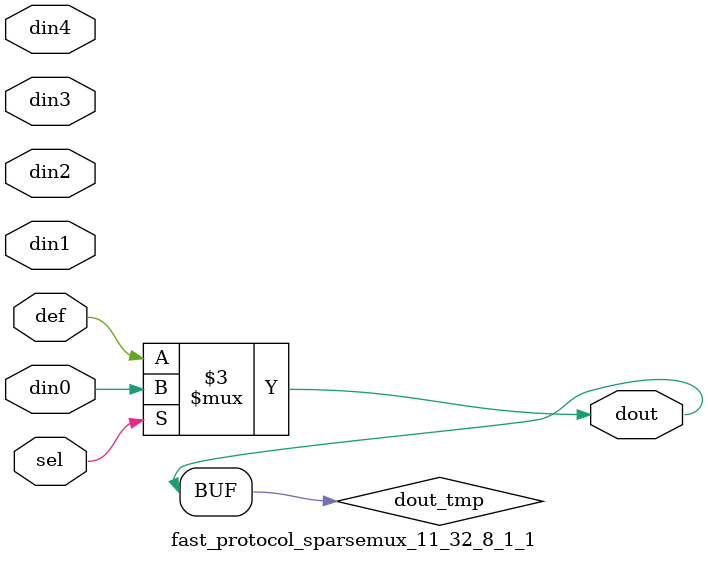
<source format=v>
`timescale 1ns / 1ps

module fast_protocol_sparsemux_11_32_8_1_1 (din0,din1,din2,din3,din4,def,sel,dout);

parameter din0_WIDTH = 1;

parameter din1_WIDTH = 1;

parameter din2_WIDTH = 1;

parameter din3_WIDTH = 1;

parameter din4_WIDTH = 1;

parameter def_WIDTH = 1;
parameter sel_WIDTH = 1;
parameter dout_WIDTH = 1;

parameter [sel_WIDTH-1:0] CASE0 = 1;

parameter [sel_WIDTH-1:0] CASE1 = 1;

parameter [sel_WIDTH-1:0] CASE2 = 1;

parameter [sel_WIDTH-1:0] CASE3 = 1;

parameter [sel_WIDTH-1:0] CASE4 = 1;

parameter ID = 1;
parameter NUM_STAGE = 1;



input [din0_WIDTH-1:0] din0;

input [din1_WIDTH-1:0] din1;

input [din2_WIDTH-1:0] din2;

input [din3_WIDTH-1:0] din3;

input [din4_WIDTH-1:0] din4;

input [def_WIDTH-1:0] def;
input [sel_WIDTH-1:0] sel;

output [dout_WIDTH-1:0] dout;



reg [dout_WIDTH-1:0] dout_tmp;


always @ (*) begin
(* parallel_case *) case (sel)
    
    CASE0 : dout_tmp = din0;
    
    CASE1 : dout_tmp = din1;
    
    CASE2 : dout_tmp = din2;
    
    CASE3 : dout_tmp = din3;
    
    CASE4 : dout_tmp = din4;
    
    default : dout_tmp = def;
endcase
end


assign dout = dout_tmp;



endmodule

</source>
